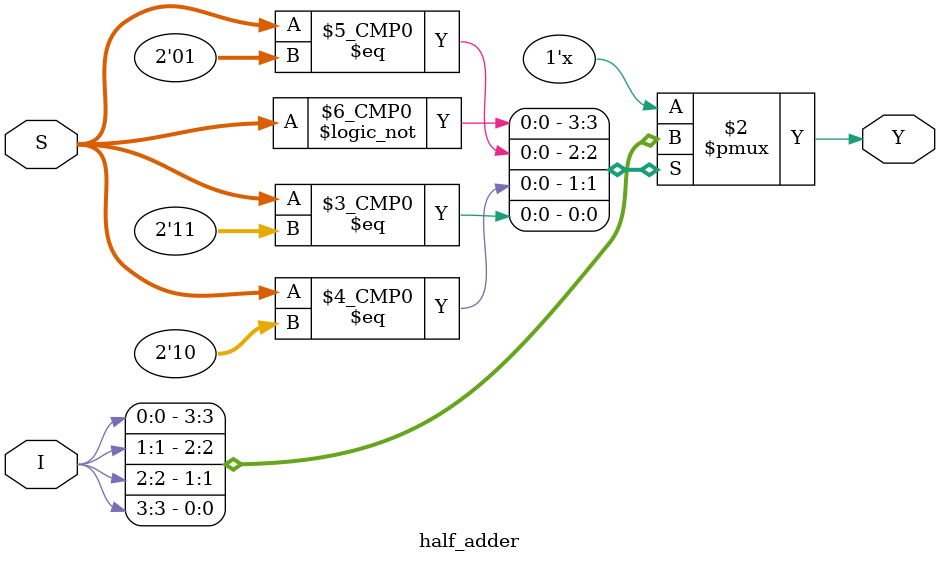
<source format=v>
module half_adder(
S,I,Y	
);
input [1:0]S;
input [3:0]I;
output Y;
reg Y;
always @(S or Y)
begin
case(S)
2'b00:Y=I[0];
2'b01:Y=I[1];
2'b10:Y=I[2];
2'b11:Y=I[3];
default:Y=1'bx;
endcase
end
endmodule 
</source>
